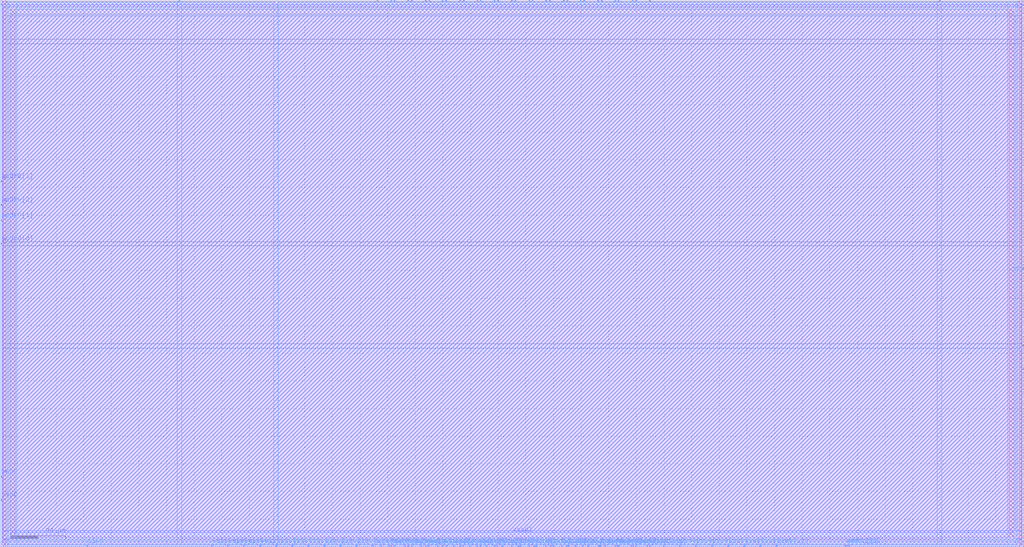
<source format=lef>
VERSION 5.4 ;
NAMESCASESENSITIVE ON ;
BUSBITCHARS "[]" ;
DIVIDERCHAR "/" ;
UNITS
  DATABASE MICRONS 1000 ;
END UNITS
MACRO sky130_sram_128byte_1rw1r_32x32_8
   CLASS BLOCK ;
   SIZE 370.16 BY 197.91 ;
   SYMMETRY X Y R90 ;
   PIN din0[0]
      DIRECTION INPUT ;
      PORT
         LAYER met4 ;
         RECT  99.46 0.0 99.84 0.38 ;
      END
   END din0[0]
   PIN din0[1]
      DIRECTION INPUT ;
      PORT
         LAYER met4 ;
         RECT  105.3 0.0 105.68 0.38 ;
      END
   END din0[1]
   PIN din0[2]
      DIRECTION INPUT ;
      PORT
         LAYER met4 ;
         RECT  111.14 0.0 111.52 0.38 ;
      END
   END din0[2]
   PIN din0[3]
      DIRECTION INPUT ;
      PORT
         LAYER met4 ;
         RECT  116.98 0.0 117.36 0.38 ;
      END
   END din0[3]
   PIN din0[4]
      DIRECTION INPUT ;
      PORT
         LAYER met4 ;
         RECT  122.82 0.0 123.2 0.38 ;
      END
   END din0[4]
   PIN din0[5]
      DIRECTION INPUT ;
      PORT
         LAYER met4 ;
         RECT  128.66 0.0 129.04 0.38 ;
      END
   END din0[5]
   PIN din0[6]
      DIRECTION INPUT ;
      PORT
         LAYER met4 ;
         RECT  134.5 0.0 134.88 0.38 ;
      END
   END din0[6]
   PIN din0[7]
      DIRECTION INPUT ;
      PORT
         LAYER met4 ;
         RECT  140.34 0.0 140.72 0.38 ;
      END
   END din0[7]
   PIN din0[8]
      DIRECTION INPUT ;
      PORT
         LAYER met4 ;
         RECT  146.18 0.0 146.56 0.38 ;
      END
   END din0[8]
   PIN din0[9]
      DIRECTION INPUT ;
      PORT
         LAYER met4 ;
         RECT  152.02 0.0 152.4 0.38 ;
      END
   END din0[9]
   PIN din0[10]
      DIRECTION INPUT ;
      PORT
         LAYER met4 ;
         RECT  157.86 0.0 158.24 0.38 ;
      END
   END din0[10]
   PIN din0[11]
      DIRECTION INPUT ;
      PORT
         LAYER met4 ;
         RECT  163.7 0.0 164.08 0.38 ;
      END
   END din0[11]
   PIN din0[12]
      DIRECTION INPUT ;
      PORT
         LAYER met4 ;
         RECT  169.54 0.0 169.92 0.38 ;
      END
   END din0[12]
   PIN din0[13]
      DIRECTION INPUT ;
      PORT
         LAYER met4 ;
         RECT  175.38 0.0 175.76 0.38 ;
      END
   END din0[13]
   PIN din0[14]
      DIRECTION INPUT ;
      PORT
         LAYER met4 ;
         RECT  181.22 0.0 181.6 0.38 ;
      END
   END din0[14]
   PIN din0[15]
      DIRECTION INPUT ;
      PORT
         LAYER met4 ;
         RECT  187.06 0.0 187.44 0.38 ;
      END
   END din0[15]
   PIN din0[16]
      DIRECTION INPUT ;
      PORT
         LAYER met4 ;
         RECT  192.9 0.0 193.28 0.38 ;
      END
   END din0[16]
   PIN din0[17]
      DIRECTION INPUT ;
      PORT
         LAYER met4 ;
         RECT  198.74 0.0 199.12 0.38 ;
      END
   END din0[17]
   PIN din0[18]
      DIRECTION INPUT ;
      PORT
         LAYER met4 ;
         RECT  204.58 0.0 204.96 0.38 ;
      END
   END din0[18]
   PIN din0[19]
      DIRECTION INPUT ;
      PORT
         LAYER met4 ;
         RECT  210.42 0.0 210.8 0.38 ;
      END
   END din0[19]
   PIN din0[20]
      DIRECTION INPUT ;
      PORT
         LAYER met4 ;
         RECT  216.26 0.0 216.64 0.38 ;
      END
   END din0[20]
   PIN din0[21]
      DIRECTION INPUT ;
      PORT
         LAYER met4 ;
         RECT  222.1 0.0 222.48 0.38 ;
      END
   END din0[21]
   PIN din0[22]
      DIRECTION INPUT ;
      PORT
         LAYER met4 ;
         RECT  227.94 0.0 228.32 0.38 ;
      END
   END din0[22]
   PIN din0[23]
      DIRECTION INPUT ;
      PORT
         LAYER met4 ;
         RECT  233.78 0.0 234.16 0.38 ;
      END
   END din0[23]
   PIN din0[24]
      DIRECTION INPUT ;
      PORT
         LAYER met4 ;
         RECT  239.62 0.0 240.0 0.38 ;
      END
   END din0[24]
   PIN din0[25]
      DIRECTION INPUT ;
      PORT
         LAYER met4 ;
         RECT  245.46 0.0 245.84 0.38 ;
      END
   END din0[25]
   PIN din0[26]
      DIRECTION INPUT ;
      PORT
         LAYER met4 ;
         RECT  251.3 0.0 251.68 0.38 ;
      END
   END din0[26]
   PIN din0[27]
      DIRECTION INPUT ;
      PORT
         LAYER met4 ;
         RECT  257.14 0.0 257.52 0.38 ;
      END
   END din0[27]
   PIN din0[28]
      DIRECTION INPUT ;
      PORT
         LAYER met4 ;
         RECT  262.98 0.0 263.36 0.38 ;
      END
   END din0[28]
   PIN din0[29]
      DIRECTION INPUT ;
      PORT
         LAYER met4 ;
         RECT  268.82 0.0 269.2 0.38 ;
      END
   END din0[29]
   PIN din0[30]
      DIRECTION INPUT ;
      PORT
         LAYER met4 ;
         RECT  274.66 0.0 275.04 0.38 ;
      END
   END din0[30]
   PIN din0[31]
      DIRECTION INPUT ;
      PORT
         LAYER met4 ;
         RECT  280.5 0.0 280.88 0.38 ;
      END
   END din0[31]
   PIN addr0[0]
      DIRECTION INPUT ;
      PORT
         LAYER met3 ;
         RECT  0.0 109.44 0.38 109.82 ;
      END
   END addr0[0]
   PIN addr0[1]
      DIRECTION INPUT ;
      PORT
         LAYER met3 ;
         RECT  0.0 117.94 0.38 118.32 ;
      END
   END addr0[1]
   PIN addr0[2]
      DIRECTION INPUT ;
      PORT
         LAYER met3 ;
         RECT  0.0 123.58 0.38 123.96 ;
      END
   END addr0[2]
   PIN addr0[3]
      DIRECTION INPUT ;
      PORT
         LAYER met3 ;
         RECT  0.0 132.08 0.38 132.46 ;
      END
   END addr0[3]
   PIN addr0[4]
      DIRECTION INPUT ;
      PORT
         LAYER met4 ;
         RECT  64.42 197.53 64.8 197.91 ;
      END
   END addr0[4]
   PIN addr1[0]
      DIRECTION INPUT ;
      PORT
         LAYER met3 ;
         RECT  369.78 72.47 370.16 72.85 ;
      END
   END addr1[0]
   PIN addr1[1]
      DIRECTION INPUT ;
      PORT
         LAYER met3 ;
         RECT  369.78 63.97 370.16 64.35 ;
      END
   END addr1[1]
   PIN addr1[2]
      DIRECTION INPUT ;
      PORT
         LAYER met4 ;
         RECT  305.305 0.0 305.685 0.38 ;
      END
   END addr1[2]
   PIN addr1[3]
      DIRECTION INPUT ;
      PORT
         LAYER met4 ;
         RECT  305.995 0.0 306.375 0.38 ;
      END
   END addr1[3]
   PIN addr1[4]
      DIRECTION INPUT ;
      PORT
         LAYER met4 ;
         RECT  306.74 0.0 307.12 0.38 ;
      END
   END addr1[4]
   PIN csb0
      DIRECTION INPUT ;
      PORT
         LAYER met3 ;
         RECT  0.0 16.73 0.38 17.11 ;
      END
   END csb0
   PIN csb1
      DIRECTION INPUT ;
      PORT
         LAYER met3 ;
         RECT  369.78 182.66 370.16 183.04 ;
      END
   END csb1
   PIN web0
      DIRECTION INPUT ;
      PORT
         LAYER met3 ;
         RECT  0.0 25.23 0.38 25.61 ;
      END
   END web0
   PIN clk0
      DIRECTION INPUT ;
      PORT
         LAYER met4 ;
         RECT  31.1 0.0 31.48 0.38 ;
      END
   END clk0
   PIN clk1
      DIRECTION INPUT ;
      PORT
         LAYER met4 ;
         RECT  339.52 197.53 339.9 197.91 ;
      END
   END clk1
   PIN wmask0[0]
      DIRECTION INPUT ;
      PORT
         LAYER met4 ;
         RECT  76.1 0.0 76.48 0.38 ;
      END
   END wmask0[0]
   PIN wmask0[1]
      DIRECTION INPUT ;
      PORT
         LAYER met4 ;
         RECT  81.94 0.0 82.32 0.38 ;
      END
   END wmask0[1]
   PIN wmask0[2]
      DIRECTION INPUT ;
      PORT
         LAYER met4 ;
         RECT  87.78 0.0 88.16 0.38 ;
      END
   END wmask0[2]
   PIN wmask0[3]
      DIRECTION INPUT ;
      PORT
         LAYER met4 ;
         RECT  93.62 0.0 94.0 0.38 ;
      END
   END wmask0[3]
   PIN dout0[0]
      DIRECTION OUTPUT ;
      PORT
         LAYER met4 ;
         RECT  137.405 0.0 137.785 0.38 ;
      END
   END dout0[0]
   PIN dout0[1]
      DIRECTION OUTPUT ;
      PORT
         LAYER met4 ;
         RECT  141.055 0.0 141.435 0.38 ;
      END
   END dout0[1]
   PIN dout0[2]
      DIRECTION OUTPUT ;
      PORT
         LAYER met4 ;
         RECT  142.265 0.0 142.645 0.38 ;
      END
   END dout0[2]
   PIN dout0[3]
      DIRECTION OUTPUT ;
      PORT
         LAYER met4 ;
         RECT  147.295 0.0 147.675 0.38 ;
      END
   END dout0[3]
   PIN dout0[4]
      DIRECTION OUTPUT ;
      PORT
         LAYER met4 ;
         RECT  148.505 0.0 148.885 0.38 ;
      END
   END dout0[4]
   PIN dout0[5]
      DIRECTION OUTPUT ;
      PORT
         LAYER met4 ;
         RECT  153.535 0.0 153.915 0.38 ;
      END
   END dout0[5]
   PIN dout0[6]
      DIRECTION OUTPUT ;
      PORT
         LAYER met4 ;
         RECT  154.745 0.0 155.125 0.38 ;
      END
   END dout0[6]
   PIN dout0[7]
      DIRECTION OUTPUT ;
      PORT
         LAYER met4 ;
         RECT  159.72 0.0 160.1 0.38 ;
      END
   END dout0[7]
   PIN dout0[8]
      DIRECTION OUTPUT ;
      PORT
         LAYER met4 ;
         RECT  161.24 0.0 161.62 0.38 ;
      END
   END dout0[8]
   PIN dout0[9]
      DIRECTION OUTPUT ;
      PORT
         LAYER met4 ;
         RECT  166.015 0.0 166.395 0.38 ;
      END
   END dout0[9]
   PIN dout0[10]
      DIRECTION OUTPUT ;
      PORT
         LAYER met4 ;
         RECT  167.225 0.0 167.605 0.38 ;
      END
   END dout0[10]
   PIN dout0[11]
      DIRECTION OUTPUT ;
      PORT
         LAYER met4 ;
         RECT  172.255 0.0 172.635 0.38 ;
      END
   END dout0[11]
   PIN dout0[12]
      DIRECTION OUTPUT ;
      PORT
         LAYER met4 ;
         RECT  173.465 0.0 173.845 0.38 ;
      END
   END dout0[12]
   PIN dout0[13]
      DIRECTION OUTPUT ;
      PORT
         LAYER met4 ;
         RECT  178.495 0.0 178.875 0.38 ;
      END
   END dout0[13]
   PIN dout0[14]
      DIRECTION OUTPUT ;
      PORT
         LAYER met4 ;
         RECT  179.415 0.0 179.795 0.38 ;
      END
   END dout0[14]
   PIN dout0[15]
      DIRECTION OUTPUT ;
      PORT
         LAYER met4 ;
         RECT  184.68 0.0 185.06 0.38 ;
      END
   END dout0[15]
   PIN dout0[16]
      DIRECTION OUTPUT ;
      PORT
         LAYER met4 ;
         RECT  187.75 0.0 188.13 0.38 ;
      END
   END dout0[16]
   PIN dout0[17]
      DIRECTION OUTPUT ;
      PORT
         LAYER met4 ;
         RECT  190.975 0.0 191.355 0.38 ;
      END
   END dout0[17]
   PIN dout0[18]
      DIRECTION OUTPUT ;
      PORT
         LAYER met4 ;
         RECT  193.59 0.0 193.97 0.38 ;
      END
   END dout0[18]
   PIN dout0[19]
      DIRECTION OUTPUT ;
      PORT
         LAYER met4 ;
         RECT  196.935 0.0 197.315 0.38 ;
      END
   END dout0[19]
   PIN dout0[20]
      DIRECTION OUTPUT ;
      PORT
         LAYER met4 ;
         RECT  199.805 0.0 200.185 0.38 ;
      END
   END dout0[20]
   PIN dout0[21]
      DIRECTION OUTPUT ;
      PORT
         LAYER met4 ;
         RECT  202.775 0.0 203.155 0.38 ;
      END
   END dout0[21]
   PIN dout0[22]
      DIRECTION OUTPUT ;
      PORT
         LAYER met4 ;
         RECT  205.27 0.0 205.65 0.38 ;
      END
   END dout0[22]
   PIN dout0[23]
      DIRECTION OUTPUT ;
      PORT
         LAYER met4 ;
         RECT  207.755 0.0 208.135 0.38 ;
      END
   END dout0[23]
   PIN dout0[24]
      DIRECTION OUTPUT ;
      PORT
         LAYER met4 ;
         RECT  212.285 0.0 212.665 0.38 ;
      END
   END dout0[24]
   PIN dout0[25]
      DIRECTION OUTPUT ;
      PORT
         LAYER met4 ;
         RECT  216.95 0.0 217.33 0.38 ;
      END
   END dout0[25]
   PIN dout0[26]
      DIRECTION OUTPUT ;
      PORT
         LAYER met4 ;
         RECT  218.525 0.0 218.905 0.38 ;
      END
   END dout0[26]
   PIN dout0[27]
      DIRECTION OUTPUT ;
      PORT
         LAYER met4 ;
         RECT  222.79 0.0 223.17 0.38 ;
      END
   END dout0[27]
   PIN dout0[28]
      DIRECTION OUTPUT ;
      PORT
         LAYER met4 ;
         RECT  223.48 0.0 223.86 0.38 ;
      END
   END dout0[28]
   PIN dout0[29]
      DIRECTION OUTPUT ;
      PORT
         LAYER met4 ;
         RECT  228.63 0.0 229.01 0.38 ;
      END
   END dout0[29]
   PIN dout0[30]
      DIRECTION OUTPUT ;
      PORT
         LAYER met4 ;
         RECT  229.625 0.0 230.005 0.38 ;
      END
   END dout0[30]
   PIN dout0[31]
      DIRECTION OUTPUT ;
      PORT
         LAYER met4 ;
         RECT  234.655 0.0 235.035 0.38 ;
      END
   END dout0[31]
   PIN dout1[0]
      DIRECTION OUTPUT ;
      PORT
         LAYER met4 ;
         RECT  136.085 197.53 136.465 197.91 ;
      END
   END dout1[0]
   PIN dout1[1]
      DIRECTION OUTPUT ;
      PORT
         LAYER met4 ;
         RECT  141.055 197.53 141.435 197.91 ;
      END
   END dout1[1]
   PIN dout1[2]
      DIRECTION OUTPUT ;
      PORT
         LAYER met4 ;
         RECT  142.325 197.53 142.705 197.91 ;
      END
   END dout1[2]
   PIN dout1[3]
      DIRECTION OUTPUT ;
      PORT
         LAYER met4 ;
         RECT  147.295 197.53 147.675 197.91 ;
      END
   END dout1[3]
   PIN dout1[4]
      DIRECTION OUTPUT ;
      PORT
         LAYER met4 ;
         RECT  148.565 197.53 148.945 197.91 ;
      END
   END dout1[4]
   PIN dout1[5]
      DIRECTION OUTPUT ;
      PORT
         LAYER met4 ;
         RECT  153.535 197.53 153.915 197.91 ;
      END
   END dout1[5]
   PIN dout1[6]
      DIRECTION OUTPUT ;
      PORT
         LAYER met4 ;
         RECT  154.805 197.53 155.185 197.91 ;
      END
   END dout1[6]
   PIN dout1[7]
      DIRECTION OUTPUT ;
      PORT
         LAYER met4 ;
         RECT  159.775 197.53 160.155 197.91 ;
      END
   END dout1[7]
   PIN dout1[8]
      DIRECTION OUTPUT ;
      PORT
         LAYER met4 ;
         RECT  161.045 197.53 161.425 197.91 ;
      END
   END dout1[8]
   PIN dout1[9]
      DIRECTION OUTPUT ;
      PORT
         LAYER met4 ;
         RECT  166.015 197.53 166.395 197.91 ;
      END
   END dout1[9]
   PIN dout1[10]
      DIRECTION OUTPUT ;
      PORT
         LAYER met4 ;
         RECT  167.285 197.53 167.665 197.91 ;
      END
   END dout1[10]
   PIN dout1[11]
      DIRECTION OUTPUT ;
      PORT
         LAYER met4 ;
         RECT  172.255 197.53 172.635 197.91 ;
      END
   END dout1[11]
   PIN dout1[12]
      DIRECTION OUTPUT ;
      PORT
         LAYER met4 ;
         RECT  173.525 197.53 173.905 197.91 ;
      END
   END dout1[12]
   PIN dout1[13]
      DIRECTION OUTPUT ;
      PORT
         LAYER met4 ;
         RECT  178.495 197.53 178.875 197.91 ;
      END
   END dout1[13]
   PIN dout1[14]
      DIRECTION OUTPUT ;
      PORT
         LAYER met4 ;
         RECT  179.765 197.53 180.145 197.91 ;
      END
   END dout1[14]
   PIN dout1[15]
      DIRECTION OUTPUT ;
      PORT
         LAYER met4 ;
         RECT  184.735 197.53 185.115 197.91 ;
      END
   END dout1[15]
   PIN dout1[16]
      DIRECTION OUTPUT ;
      PORT
         LAYER met4 ;
         RECT  186.005 197.53 186.385 197.91 ;
      END
   END dout1[16]
   PIN dout1[17]
      DIRECTION OUTPUT ;
      PORT
         LAYER met4 ;
         RECT  190.975 197.53 191.355 197.91 ;
      END
   END dout1[17]
   PIN dout1[18]
      DIRECTION OUTPUT ;
      PORT
         LAYER met4 ;
         RECT  192.245 197.53 192.625 197.91 ;
      END
   END dout1[18]
   PIN dout1[19]
      DIRECTION OUTPUT ;
      PORT
         LAYER met4 ;
         RECT  197.215 197.53 197.595 197.91 ;
      END
   END dout1[19]
   PIN dout1[20]
      DIRECTION OUTPUT ;
      PORT
         LAYER met4 ;
         RECT  198.485 197.53 198.865 197.91 ;
      END
   END dout1[20]
   PIN dout1[21]
      DIRECTION OUTPUT ;
      PORT
         LAYER met4 ;
         RECT  203.455 197.53 203.835 197.91 ;
      END
   END dout1[21]
   PIN dout1[22]
      DIRECTION OUTPUT ;
      PORT
         LAYER met4 ;
         RECT  204.725 197.53 205.105 197.91 ;
      END
   END dout1[22]
   PIN dout1[23]
      DIRECTION OUTPUT ;
      PORT
         LAYER met4 ;
         RECT  209.695 197.53 210.075 197.91 ;
      END
   END dout1[23]
   PIN dout1[24]
      DIRECTION OUTPUT ;
      PORT
         LAYER met4 ;
         RECT  210.965 197.53 211.345 197.91 ;
      END
   END dout1[24]
   PIN dout1[25]
      DIRECTION OUTPUT ;
      PORT
         LAYER met4 ;
         RECT  215.935 197.53 216.315 197.91 ;
      END
   END dout1[25]
   PIN dout1[26]
      DIRECTION OUTPUT ;
      PORT
         LAYER met4 ;
         RECT  217.205 197.53 217.585 197.91 ;
      END
   END dout1[26]
   PIN dout1[27]
      DIRECTION OUTPUT ;
      PORT
         LAYER met4 ;
         RECT  222.175 197.53 222.555 197.91 ;
      END
   END dout1[27]
   PIN dout1[28]
      DIRECTION OUTPUT ;
      PORT
         LAYER met4 ;
         RECT  223.445 197.53 223.825 197.91 ;
      END
   END dout1[28]
   PIN dout1[29]
      DIRECTION OUTPUT ;
      PORT
         LAYER met4 ;
         RECT  228.415 197.53 228.795 197.91 ;
      END
   END dout1[29]
   PIN dout1[30]
      DIRECTION OUTPUT ;
      PORT
         LAYER met4 ;
         RECT  229.685 197.53 230.065 197.91 ;
      END
   END dout1[30]
   PIN dout1[31]
      DIRECTION OUTPUT ;
      PORT
         LAYER met4 ;
         RECT  234.655 197.53 235.035 197.91 ;
      END
   END dout1[31]
   PIN vccd1
      DIRECTION INOUT ;
      USE POWER ; 
      SHAPE ABUTMENT ; 
      PORT
         LAYER met3 ;
         RECT  0.0 0.0 370.16 1.74 ;
         LAYER met4 ;
         RECT  0.0 0.0 1.74 197.91 ;
         LAYER met4 ;
         RECT  368.42 0.0 370.16 197.91 ;
         LAYER met3 ;
         RECT  0.0 196.17 370.16 197.91 ;
      END
   END vccd1
   PIN vssd1
      DIRECTION INOUT ;
      USE GROUND ; 
      SHAPE ABUTMENT ; 
      PORT
         LAYER met4 ;
         RECT  3.48 3.48 5.22 194.43 ;
         LAYER met4 ;
         RECT  364.94 3.48 366.68 194.43 ;
         LAYER met3 ;
         RECT  3.48 192.69 366.68 194.43 ;
         LAYER met3 ;
         RECT  3.48 3.48 366.68 5.22 ;
      END
   END vssd1
   OBS
   LAYER  met1 ;
      RECT  0.62 0.62 369.54 197.29 ;
   LAYER  met2 ;
      RECT  0.62 0.62 369.54 197.29 ;
   LAYER  met3 ;
      RECT  0.98 108.84 369.54 110.42 ;
      RECT  0.62 110.42 0.98 117.34 ;
      RECT  0.62 118.92 0.98 122.98 ;
      RECT  0.62 124.56 0.98 131.48 ;
      RECT  0.98 71.87 369.18 73.45 ;
      RECT  0.98 73.45 369.18 108.84 ;
      RECT  369.18 73.45 369.54 108.84 ;
      RECT  369.18 64.95 369.54 71.87 ;
      RECT  0.98 110.42 369.18 182.06 ;
      RECT  0.98 182.06 369.18 183.64 ;
      RECT  369.18 110.42 369.54 182.06 ;
      RECT  0.62 17.71 0.98 24.63 ;
      RECT  0.62 26.21 0.98 108.84 ;
      RECT  369.18 2.34 369.54 63.37 ;
      RECT  0.62 2.34 0.98 16.13 ;
      RECT  0.62 133.06 0.98 195.57 ;
      RECT  369.18 183.64 369.54 195.57 ;
      RECT  0.98 183.64 2.88 192.09 ;
      RECT  0.98 192.09 2.88 195.03 ;
      RECT  0.98 195.03 2.88 195.57 ;
      RECT  2.88 183.64 367.28 192.09 ;
      RECT  2.88 195.03 367.28 195.57 ;
      RECT  367.28 183.64 369.18 192.09 ;
      RECT  367.28 192.09 369.18 195.03 ;
      RECT  367.28 195.03 369.18 195.57 ;
      RECT  0.98 2.34 2.88 2.88 ;
      RECT  0.98 2.88 2.88 5.82 ;
      RECT  0.98 5.82 2.88 71.87 ;
      RECT  2.88 2.34 367.28 2.88 ;
      RECT  2.88 5.82 367.28 71.87 ;
      RECT  367.28 2.34 369.18 2.88 ;
      RECT  367.28 2.88 369.18 5.82 ;
      RECT  367.28 5.82 369.18 71.87 ;
   LAYER  met4 ;
      RECT  98.86 0.98 100.44 197.29 ;
      RECT  100.44 0.62 104.7 0.98 ;
      RECT  106.28 0.62 110.54 0.98 ;
      RECT  112.12 0.62 116.38 0.98 ;
      RECT  117.96 0.62 122.22 0.98 ;
      RECT  123.8 0.62 128.06 0.98 ;
      RECT  129.64 0.62 133.9 0.98 ;
      RECT  240.6 0.62 244.86 0.98 ;
      RECT  246.44 0.62 250.7 0.98 ;
      RECT  252.28 0.62 256.54 0.98 ;
      RECT  258.12 0.62 262.38 0.98 ;
      RECT  263.96 0.62 268.22 0.98 ;
      RECT  269.8 0.62 274.06 0.98 ;
      RECT  275.64 0.62 279.9 0.98 ;
      RECT  63.82 0.98 65.4 196.93 ;
      RECT  65.4 0.98 98.86 196.93 ;
      RECT  65.4 196.93 98.86 197.29 ;
      RECT  281.48 0.62 304.705 0.98 ;
      RECT  100.44 0.98 338.92 196.93 ;
      RECT  338.92 0.98 340.5 196.93 ;
      RECT  32.08 0.62 75.5 0.98 ;
      RECT  77.08 0.62 81.34 0.98 ;
      RECT  82.92 0.62 87.18 0.98 ;
      RECT  88.76 0.62 93.02 0.98 ;
      RECT  94.6 0.62 98.86 0.98 ;
      RECT  135.48 0.62 136.805 0.98 ;
      RECT  138.385 0.62 139.74 0.98 ;
      RECT  143.245 0.62 145.58 0.98 ;
      RECT  149.485 0.62 151.42 0.98 ;
      RECT  155.725 0.62 157.26 0.98 ;
      RECT  158.84 0.62 159.12 0.98 ;
      RECT  162.22 0.62 163.1 0.98 ;
      RECT  164.68 0.62 165.415 0.98 ;
      RECT  168.205 0.62 168.94 0.98 ;
      RECT  170.52 0.62 171.655 0.98 ;
      RECT  174.445 0.62 174.78 0.98 ;
      RECT  176.36 0.62 177.895 0.98 ;
      RECT  180.395 0.62 180.62 0.98 ;
      RECT  182.2 0.62 184.08 0.98 ;
      RECT  185.66 0.62 186.46 0.98 ;
      RECT  188.73 0.62 190.375 0.98 ;
      RECT  191.955 0.62 192.3 0.98 ;
      RECT  194.57 0.62 196.335 0.98 ;
      RECT  197.915 0.62 198.14 0.98 ;
      RECT  200.785 0.62 202.175 0.98 ;
      RECT  203.755 0.62 203.98 0.98 ;
      RECT  206.25 0.62 207.155 0.98 ;
      RECT  208.735 0.62 209.82 0.98 ;
      RECT  211.4 0.62 211.685 0.98 ;
      RECT  213.265 0.62 215.66 0.98 ;
      RECT  219.505 0.62 221.5 0.98 ;
      RECT  224.46 0.62 227.34 0.98 ;
      RECT  230.605 0.62 233.18 0.98 ;
      RECT  235.635 0.62 239.02 0.98 ;
      RECT  100.44 196.93 135.485 197.29 ;
      RECT  137.065 196.93 140.455 197.29 ;
      RECT  143.305 196.93 146.695 197.29 ;
      RECT  149.545 196.93 152.935 197.29 ;
      RECT  155.785 196.93 159.175 197.29 ;
      RECT  162.025 196.93 165.415 197.29 ;
      RECT  168.265 196.93 171.655 197.29 ;
      RECT  174.505 196.93 177.895 197.29 ;
      RECT  180.745 196.93 184.135 197.29 ;
      RECT  186.985 196.93 190.375 197.29 ;
      RECT  193.225 196.93 196.615 197.29 ;
      RECT  199.465 196.93 202.855 197.29 ;
      RECT  205.705 196.93 209.095 197.29 ;
      RECT  211.945 196.93 215.335 197.29 ;
      RECT  218.185 196.93 221.575 197.29 ;
      RECT  224.425 196.93 227.815 197.29 ;
      RECT  230.665 196.93 234.055 197.29 ;
      RECT  235.635 196.93 338.92 197.29 ;
      RECT  2.34 196.93 63.82 197.29 ;
      RECT  2.34 0.62 30.5 0.98 ;
      RECT  307.72 0.62 367.82 0.98 ;
      RECT  340.5 196.93 367.82 197.29 ;
      RECT  2.34 0.98 2.88 2.88 ;
      RECT  2.34 2.88 2.88 195.03 ;
      RECT  2.34 195.03 2.88 196.93 ;
      RECT  2.88 0.98 5.82 2.88 ;
      RECT  2.88 195.03 5.82 196.93 ;
      RECT  5.82 0.98 63.82 2.88 ;
      RECT  5.82 2.88 63.82 195.03 ;
      RECT  5.82 195.03 63.82 196.93 ;
      RECT  340.5 0.98 364.34 2.88 ;
      RECT  340.5 2.88 364.34 195.03 ;
      RECT  340.5 195.03 364.34 196.93 ;
      RECT  364.34 0.98 367.28 2.88 ;
      RECT  364.34 195.03 367.28 196.93 ;
      RECT  367.28 0.98 367.82 2.88 ;
      RECT  367.28 2.88 367.82 195.03 ;
      RECT  367.28 195.03 367.82 196.93 ;
   END
END    sky130_sram_128byte_1rw1r_32x32_8
END    LIBRARY

</source>
